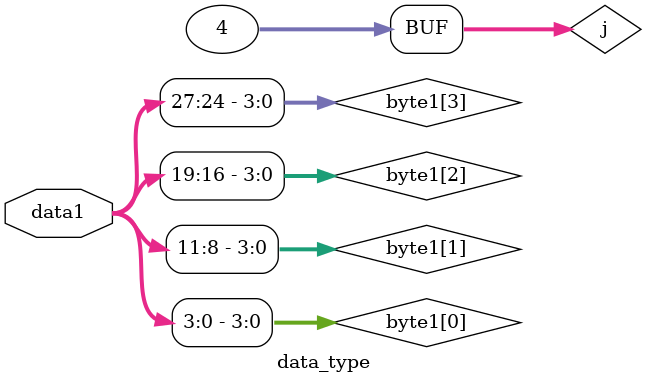
<source format=v>
/* Generated by Yosys 0.9 (git sha1 UNKNOWN, clang 12.0.0 -fPIC -Os) */

(* top =  1  *)
(* src = "data_type.v:1" *)
module data_type(data1);
  (* src = "data_type.v:1" *)
  (* unused_bits = "0 1 2 3" *)
  wire [3:0] \byte1[0] ;
  (* src = "data_type.v:1" *)
  (* unused_bits = "0 1 2 3" *)
  wire [3:0] \byte1[1] ;
  (* src = "data_type.v:1" *)
  (* unused_bits = "0 1 2 3" *)
  wire [3:0] \byte1[2] ;
  (* src = "data_type.v:1" *)
  (* unused_bits = "0 1 2 3" *)
  wire [3:0] \byte1[3] ;
  (* src = "data_type.v:2" *)
  input [31:0] data1;
  (* src = "data_type.v:8" *)
  wire [31:0] j;
  assign \byte1[0]  = data1[3:0];
  assign \byte1[1]  = data1[11:8];
  assign \byte1[2]  = data1[19:16];
  assign \byte1[3]  = data1[27:24];
  assign j = 32'd4;
endmodule

</source>
